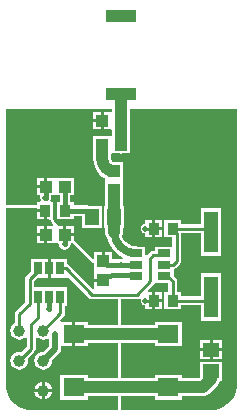
<source format=gtl>
G04*
G04 #@! TF.GenerationSoftware,Altium Limited,Altium Designer,19.0.10 (269)*
G04*
G04 Layer_Physical_Order=1*
G04 Layer_Color=255*
%FSLAX25Y25*%
%MOIN*%
G70*
G01*
G75*
%ADD15C,0.01000*%
%ADD18R,0.10000X0.04000*%
%ADD19R,0.03543X0.03937*%
%ADD20R,0.04528X0.05315*%
%ADD21R,0.03937X0.03937*%
%ADD22R,0.07087X0.06299*%
%ADD23R,0.02559X0.04331*%
%ADD24R,0.04724X0.13780*%
%ADD25R,0.04331X0.02559*%
%ADD26R,0.03937X0.03937*%
%ADD27R,0.05315X0.04528*%
%ADD40C,0.04000*%
%ADD41C,0.02800*%
%ADD42C,0.03937*%
%ADD43C,0.01500*%
%ADD44C,0.02000*%
%ADD45C,0.02000*%
G36*
X36974Y101342D02*
X36669Y100969D01*
X36474Y100969D01*
X34201D01*
Y98000D01*
Y95031D01*
X36474D01*
X36669Y95031D01*
X36974Y94658D01*
Y93342D01*
X36669Y92968D01*
X36474Y92968D01*
X34137D01*
X33701Y93026D01*
X33265Y92968D01*
X30732D01*
Y90436D01*
X30675Y90000D01*
Y85091D01*
X30667D01*
X30801Y83730D01*
X31198Y82421D01*
X31843Y81216D01*
X32710Y80159D01*
X33767Y79291D01*
X34673Y78807D01*
X34673Y77819D01*
X34673Y77681D01*
Y75286D01*
X34616Y74850D01*
Y69657D01*
X34378D01*
Y62343D01*
X34616D01*
Y61016D01*
X34719Y60233D01*
X35021Y59503D01*
X35425Y58977D01*
X35935Y57295D01*
X36833Y55614D01*
X38043Y54141D01*
X39516Y52932D01*
X40727Y52284D01*
X40602Y51784D01*
X36968D01*
Y54118D01*
X34500D01*
Y51150D01*
X33500D01*
Y54118D01*
X31032D01*
Y51882D01*
X30570Y51690D01*
X24118Y58142D01*
Y59500D01*
X21150D01*
Y60000D01*
X20650D01*
Y62968D01*
X19291D01*
X17641Y64619D01*
X17425Y65031D01*
X17425D01*
X17425Y65031D01*
Y70969D01*
X16638D01*
X16371Y71469D01*
X16450Y71586D01*
X16586Y72269D01*
Y73032D01*
X17681D01*
X17819Y73032D01*
X18181D01*
X18319Y73032D01*
X19464D01*
Y70969D01*
X18575D01*
Y65031D01*
X24118D01*
Y66123D01*
X27095D01*
Y62343D01*
X33622D01*
Y69657D01*
X29017D01*
X28844Y69692D01*
X24118D01*
Y70969D01*
X23032D01*
Y73032D01*
X24118D01*
Y78969D01*
X18319D01*
X18181Y78969D01*
X17819D01*
X17681Y78969D01*
X15350D01*
Y76000D01*
X14850D01*
Y75500D01*
X11882D01*
Y73032D01*
X13017D01*
Y72467D01*
X12968Y72220D01*
X13104Y71537D01*
X13189Y71409D01*
X12953Y70969D01*
X11882D01*
Y70000D01*
X1529D01*
Y102000D01*
X36974D01*
Y101342D01*
D02*
G37*
G36*
X78471Y10000D02*
Y9166D01*
X78145Y7529D01*
X77507Y5988D01*
X76580Y4600D01*
X75400Y3420D01*
X74012Y2493D01*
X72471Y1855D01*
X70834Y1529D01*
X40000D01*
Y6116D01*
X51205D01*
Y4992D01*
X60291D01*
Y6116D01*
X67142D01*
X67925Y6219D01*
X68655Y6521D01*
X69281Y7002D01*
X72140Y9860D01*
X72140Y9860D01*
X72620Y10487D01*
X72872Y11095D01*
X73658D01*
Y17622D01*
X66343D01*
Y12622D01*
X65888Y12168D01*
X60291D01*
Y13291D01*
X51205D01*
Y12168D01*
X40000D01*
Y23832D01*
X51205D01*
Y22709D01*
X60291D01*
Y31008D01*
X51205D01*
Y29884D01*
X40000D01*
Y38471D01*
X45279D01*
X45865Y38587D01*
X46155Y38781D01*
X46204Y38759D01*
X46560Y38450D01*
X46471Y38000D01*
X46587Y37415D01*
X46919Y36919D01*
X47415Y36587D01*
X48000Y36471D01*
X48079D01*
Y35032D01*
X50350D01*
Y38000D01*
Y40968D01*
X49064D01*
X48873Y41430D01*
X50723Y43281D01*
X50931Y43592D01*
X51201Y43980D01*
X55369D01*
X55620Y43729D01*
Y40968D01*
X54378D01*
Y35032D01*
X59921D01*
Y36471D01*
X66638D01*
Y31284D01*
X73362D01*
Y47063D01*
X66638D01*
Y39529D01*
X59921D01*
Y40968D01*
X58679D01*
Y44362D01*
X58563Y44947D01*
X58231Y45444D01*
X57531Y46143D01*
Y48547D01*
X57735Y48587D01*
X58231Y48919D01*
X59581Y50269D01*
X59913Y50765D01*
X60029Y51350D01*
Y60471D01*
X66638D01*
Y52937D01*
X73362D01*
Y68717D01*
X66638D01*
Y63529D01*
X59921D01*
Y64969D01*
X54378D01*
Y59031D01*
X56971D01*
Y56020D01*
X51201D01*
Y54589D01*
X50701D01*
X50116Y54472D01*
X49619Y54141D01*
X48583Y53104D01*
X48487Y53110D01*
X48083Y53267D01*
Y56020D01*
X45759D01*
X44917Y56187D01*
Y56187D01*
X44879Y56154D01*
X43658Y56314D01*
X42484Y56801D01*
X41476Y57574D01*
X40702Y58582D01*
X40292Y59574D01*
X40565Y60233D01*
X40668Y61016D01*
Y62343D01*
X40905D01*
Y69657D01*
X40668D01*
Y74850D01*
X40610Y75286D01*
Y77681D01*
X40610Y77819D01*
Y78181D01*
X40610Y78319D01*
Y80714D01*
X40668Y81150D01*
X40610Y81586D01*
Y84118D01*
X38078D01*
X37642Y84175D01*
Y84182D01*
X37294Y84251D01*
X36999Y84448D01*
X36803Y84743D01*
X36733Y85091D01*
X36727D01*
Y86658D01*
X37031Y87032D01*
X37227Y87032D01*
X39564D01*
X40000Y86974D01*
X40436Y87032D01*
X42968D01*
Y89564D01*
X43026Y90000D01*
Y98000D01*
Y102000D01*
X78471D01*
Y10000D01*
D02*
G37*
G36*
X11882Y68500D02*
X14654D01*
Y68000D01*
X15154D01*
Y65031D01*
X15916D01*
X16410Y64941D01*
X16453Y64793D01*
X16483Y64641D01*
X16509Y64603D01*
X16522Y64559D01*
X16737Y64147D01*
X16834Y64027D01*
X16920Y63898D01*
X17349Y63468D01*
X17142Y62968D01*
X15350D01*
Y60000D01*
Y57032D01*
X17681D01*
X17819Y57032D01*
X18181D01*
X18319Y57032D01*
X19085D01*
X19110Y57000D01*
X19266Y56220D01*
X19708Y55558D01*
X20369Y55116D01*
X21150Y54961D01*
X21930Y55116D01*
X22591Y55558D01*
X23034Y56220D01*
X23189Y57000D01*
X23215Y57032D01*
X23786D01*
X29849Y50969D01*
X30179Y50748D01*
X30570Y50671D01*
X30904Y50439D01*
X31032Y50253D01*
Y48319D01*
X31032Y48181D01*
X31032D01*
Y47819D01*
X31032D01*
Y45350D01*
X34000D01*
Y44350D01*
X31032D01*
Y42098D01*
X30531Y41891D01*
X22617Y49806D01*
X22121Y50137D01*
X22020Y50157D01*
Y51890D01*
X16500D01*
Y48724D01*
Y45559D01*
X22020D01*
Y45559D01*
X22386Y45711D01*
X29178Y38919D01*
X29675Y38587D01*
X30260Y38471D01*
X38980D01*
Y29884D01*
X28795D01*
Y31008D01*
X24752D01*
Y26858D01*
Y22709D01*
X28795D01*
Y23832D01*
X38980D01*
Y12168D01*
X28795D01*
Y13291D01*
X19709D01*
Y4992D01*
X28795D01*
Y6116D01*
X38980D01*
Y1529D01*
X9166D01*
X7529Y1855D01*
X5988Y2493D01*
X4600Y3420D01*
X3420Y4600D01*
X2493Y5988D01*
X1855Y7529D01*
X1529Y9166D01*
Y10000D01*
Y68980D01*
X11882D01*
Y68500D01*
D02*
G37*
%LPC*%
G36*
X33201Y100969D02*
X30732D01*
Y98500D01*
X33201D01*
Y100969D01*
D02*
G37*
G36*
Y97500D02*
X30732D01*
Y95031D01*
X33201D01*
Y97500D01*
D02*
G37*
G36*
X14350Y78969D02*
X11882D01*
Y76500D01*
X14350D01*
Y78969D01*
D02*
G37*
G36*
X24118Y62968D02*
X21650D01*
Y60500D01*
X24118D01*
Y62968D01*
D02*
G37*
G36*
X53622Y64969D02*
X51350D01*
Y62500D01*
X53622D01*
Y64969D01*
D02*
G37*
G36*
Y61500D02*
X51350D01*
Y59031D01*
X53622D01*
Y61500D01*
D02*
G37*
G36*
X50350Y64969D02*
X48079D01*
Y63529D01*
X48000D01*
X47415Y63413D01*
X46919Y63081D01*
X46587Y62585D01*
X46471Y62000D01*
X46587Y61415D01*
X46919Y60919D01*
X47415Y60587D01*
X48000Y60471D01*
X48079D01*
Y59031D01*
X50350D01*
Y62000D01*
Y64969D01*
D02*
G37*
G36*
X53622Y40968D02*
X51350D01*
Y38500D01*
X53622D01*
Y40968D01*
D02*
G37*
G36*
Y37500D02*
X51350D01*
Y35032D01*
X53622D01*
Y37500D01*
D02*
G37*
G36*
X73658Y24905D02*
X70500D01*
Y22142D01*
X73658D01*
Y24905D01*
D02*
G37*
G36*
X69500D02*
X66343D01*
Y22142D01*
X69500D01*
Y24905D01*
D02*
G37*
G36*
X73658Y21142D02*
X70500D01*
Y18378D01*
X73658D01*
Y21142D01*
D02*
G37*
G36*
X69500D02*
X66343D01*
Y18378D01*
X69500D01*
Y21142D01*
D02*
G37*
G36*
X14154Y67500D02*
X11882D01*
Y65031D01*
X14154D01*
Y67500D01*
D02*
G37*
G36*
X14350Y62968D02*
X11882D01*
Y60500D01*
X14350D01*
Y62968D01*
D02*
G37*
G36*
Y59500D02*
X11882D01*
Y57032D01*
X14350D01*
Y59500D01*
D02*
G37*
G36*
X15500Y51890D02*
X9980D01*
Y47722D01*
X8399Y46141D01*
X8067Y45644D01*
X7951Y45059D01*
Y37578D01*
X4919Y34546D01*
X4587Y34050D01*
X4471Y33465D01*
Y30568D01*
X3883Y30117D01*
X3407Y29497D01*
X3108Y28775D01*
X3006Y28000D01*
X3108Y27225D01*
X3407Y26503D01*
X3883Y25883D01*
X4503Y25407D01*
X5225Y25108D01*
X6000Y25006D01*
X6775Y25108D01*
X7497Y25407D01*
X7971Y25770D01*
X8471Y25571D01*
Y22634D01*
X6735Y20897D01*
X6000Y20994D01*
X5225Y20892D01*
X4503Y20593D01*
X3883Y20117D01*
X3407Y19497D01*
X3108Y18775D01*
X3006Y18000D01*
X3108Y17225D01*
X3407Y16503D01*
X3883Y15883D01*
X4503Y15407D01*
X5225Y15108D01*
X6000Y15006D01*
X6775Y15108D01*
X7497Y15407D01*
X8117Y15883D01*
X8593Y16503D01*
X8892Y17225D01*
X8994Y18000D01*
X8897Y18734D01*
X11081Y20919D01*
X11413Y21415D01*
X11529Y22000D01*
Y25571D01*
X12029Y25770D01*
X12503Y25407D01*
X13225Y25108D01*
X14000Y25006D01*
X14775Y25108D01*
X15497Y25407D01*
X15512Y25419D01*
X15961Y25198D01*
Y22845D01*
X14097Y20981D01*
X14000Y20994D01*
X13225Y20892D01*
X12503Y20593D01*
X11883Y20117D01*
X11407Y19497D01*
X11108Y18775D01*
X11006Y18000D01*
X11108Y17225D01*
X11407Y16503D01*
X11883Y15883D01*
X12503Y15407D01*
X13225Y15108D01*
X14000Y15006D01*
X14775Y15108D01*
X15497Y15407D01*
X16117Y15883D01*
X16593Y16503D01*
X16892Y17225D01*
X16994Y18000D01*
X16981Y18098D01*
X19442Y20558D01*
X19884Y21220D01*
X20039Y22000D01*
Y22709D01*
X23752D01*
Y26858D01*
Y31008D01*
X19878D01*
X19644Y31481D01*
X20822Y32659D01*
X21153Y33155D01*
X21270Y33740D01*
Y36110D01*
X22020D01*
Y42441D01*
X11010D01*
Y44426D01*
X12143Y45559D01*
X15500D01*
Y48724D01*
Y51890D01*
D02*
G37*
G36*
X14500Y10928D02*
Y8500D01*
X16928D01*
X16892Y8775D01*
X16593Y9497D01*
X16117Y10117D01*
X15497Y10593D01*
X14775Y10892D01*
X14500Y10928D01*
D02*
G37*
G36*
X13500D02*
X13225Y10892D01*
X12503Y10593D01*
X11883Y10117D01*
X11407Y9497D01*
X11108Y8775D01*
X11072Y8500D01*
X13500D01*
Y10928D01*
D02*
G37*
G36*
X16928Y7500D02*
X14500D01*
Y5072D01*
X14775Y5108D01*
X15497Y5407D01*
X16117Y5883D01*
X16593Y6503D01*
X16892Y7225D01*
X16928Y7500D01*
D02*
G37*
G36*
X13500D02*
X11072D01*
X11108Y7225D01*
X11407Y6503D01*
X11883Y5883D01*
X12503Y5407D01*
X13225Y5108D01*
X13500Y5072D01*
Y7500D01*
D02*
G37*
%LPD*%
D15*
X9480Y36945D02*
Y45059D01*
X6000Y33465D02*
X9480Y36945D01*
X6000Y28000D02*
Y33465D01*
X9480Y45059D02*
X12260Y47839D01*
X30260Y40000D02*
X45279D01*
X21535Y48724D02*
X30260Y40000D01*
X19740Y48724D02*
X21535D01*
X45279Y40000D02*
X49642Y44362D01*
X10000Y22000D02*
Y30065D01*
X6000Y18000D02*
X10000Y22000D01*
X12260Y47839D02*
Y48724D01*
X10000Y30065D02*
X12260Y32325D01*
Y39276D01*
X14000Y28000D02*
X19740Y33740D01*
Y39276D01*
X49642Y44362D02*
Y52000D01*
X50701Y53059D01*
X53685D01*
X54366Y53740D01*
X57150Y62000D02*
X70000D01*
X58500Y51350D02*
Y60650D01*
X57150Y50000D02*
X58500Y51350D01*
X54366Y50000D02*
X57150D01*
Y62000D02*
X58500Y60650D01*
X57150Y38000D02*
X70000D01*
X57150D02*
Y44362D01*
X55252Y46260D02*
X57150Y44362D01*
X54366Y46260D02*
X55252D01*
X48000Y38000D02*
X50850D01*
X48000Y62000D02*
X50850D01*
D18*
X40000Y133000D02*
D03*
Y107000D02*
D03*
D19*
X57150Y62000D02*
D03*
X50850D02*
D03*
X14654Y68000D02*
D03*
X21347D02*
D03*
X50850Y38000D02*
D03*
X57150D02*
D03*
D20*
X30358Y66000D02*
D03*
X37642D02*
D03*
D21*
X33701Y90000D02*
D03*
X40000D02*
D03*
Y98000D02*
D03*
X33701D02*
D03*
X14850Y76000D02*
D03*
X21150D02*
D03*
X14850Y60000D02*
D03*
X21150D02*
D03*
D22*
X24252Y26858D02*
D03*
X55748D02*
D03*
X24252Y9142D02*
D03*
X55748D02*
D03*
D23*
X12260Y39276D02*
D03*
X16000D02*
D03*
X19740D02*
D03*
Y48724D02*
D03*
X16000D02*
D03*
X12260D02*
D03*
D24*
X70000Y60827D02*
D03*
Y39173D02*
D03*
D25*
X44917Y53740D02*
D03*
Y50000D02*
D03*
Y46260D02*
D03*
X54366D02*
D03*
Y50000D02*
D03*
Y53740D02*
D03*
D26*
X37642Y74850D02*
D03*
Y81150D02*
D03*
X34000Y44850D02*
D03*
Y51150D02*
D03*
D27*
X70000Y21642D02*
D03*
Y14358D02*
D03*
D40*
X33701Y85091D02*
G03*
X37642Y81150I3941J0D01*
G01*
X40000Y98000D02*
Y107000D01*
Y90000D02*
Y98000D01*
X33701Y85091D02*
Y90000D01*
X37642Y61016D02*
Y66000D01*
Y74850D01*
X24252Y26858D02*
X55748D01*
X70000Y12000D02*
Y14358D01*
X67142Y9142D02*
X70000Y12000D01*
X55748Y9142D02*
X67142D01*
X24252D02*
X55748D01*
D41*
X37642Y61016D02*
G03*
X44917Y53740I7276J0D01*
G01*
D42*
X14000Y18000D02*
D03*
Y8000D02*
D03*
X6000Y18000D02*
D03*
X14000Y28000D02*
D03*
X6000D02*
D03*
D43*
X16000Y35032D02*
Y39276D01*
X35219Y50000D02*
X44917D01*
X21150Y57000D02*
Y60000D01*
X14752Y72220D02*
X14801Y72269D01*
Y75951D01*
X14850Y76000D01*
X36364Y46069D02*
X36850Y46555D01*
X35219Y46069D02*
X36364D01*
X34000Y44850D02*
X35219Y46069D01*
X14654Y68000D02*
X14752Y67902D01*
Y60098D02*
X14850Y60000D01*
X44622Y46555D02*
X44917Y46260D01*
X36850Y46555D02*
X44622D01*
X21150Y76000D02*
X21248Y75902D01*
Y68098D02*
Y75902D01*
Y68098D02*
X21347Y68000D01*
X21439Y67908D01*
X28844D01*
X30358Y66394D01*
Y66000D02*
Y66394D01*
D44*
X18000Y22000D02*
Y26858D01*
X14000Y18000D02*
X18000Y22000D01*
D45*
X16000Y35032D02*
D03*
X21930Y98500D02*
D03*
X13200D02*
D03*
X4471D02*
D03*
X74012D02*
D03*
X61298D02*
D03*
X48583D02*
D03*
X39000Y9142D02*
D03*
X30000D02*
D03*
X28000Y81150D02*
D03*
X14752Y72220D02*
D03*
X5000Y10000D02*
D03*
Y36000D02*
D03*
Y66902D02*
D03*
X19740Y16000D02*
D03*
X32000Y75902D02*
D03*
X34000Y57000D02*
D03*
X43150Y62000D02*
D03*
Y67902D02*
D03*
Y76000D02*
D03*
Y84000D02*
D03*
X21150Y57000D02*
D03*
X40000Y50000D02*
D03*
X64000Y30000D02*
D03*
X18000Y26858D02*
D03*
X48000Y62000D02*
D03*
Y38000D02*
D03*
M02*

</source>
